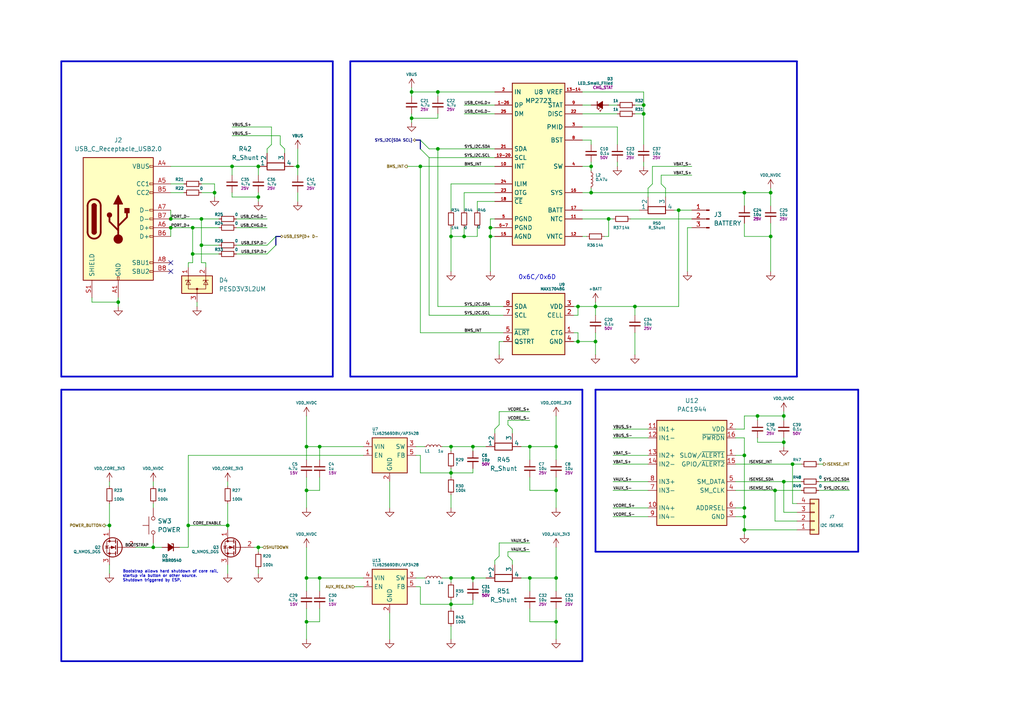
<source format=kicad_sch>
(kicad_sch (version 20211123) (generator eeschema)
  (paper "A4")
  (title_block (rev "A") (company "Frisius"))
  (junction (at 88.9 167.64))
  (junction (at 215.9 132.08))
  (junction (at 153.67 129.54))
  (junction (at 86.36 48.26))
  (junction (at 142.24 68.58))
  (junction (at 196.85 60.96))
  (junction (at 171.45 55.88))
  (junction (at 74.93 158.75))
  (junction (at 49.53 63.5))
  (junction (at 92.71 167.64))
  (junction (at 167.64 88.9))
  (junction (at 172.72 99.06))
  (junction (at 58.42 71.12))
  (junction (at 223.52 68.58))
  (junction (at 186.69 33.02))
  (junction (at 74.93 48.26))
  (junction (at 137.16 167.64))
  (junction (at 67.31 48.26))
  (junction (at 121.92 48.26))
  (junction (at 137.16 129.54))
  (junction (at 88.9 142.24))
  (junction (at 224.79 142.24))
  (junction (at 161.29 167.64))
  (junction (at 215.9 55.88))
  (junction (at 161.29 180.34))
  (junction (at 44.45 158.75))
  (junction (at 215.9 149.86))
  (junction (at 227.33 139.7))
  (junction (at 130.81 137.16))
  (junction (at 74.93 57.15))
  (junction (at 58.42 63.5))
  (junction (at 127 43.18))
  (junction (at 227.33 120.65))
  (junction (at 92.71 129.54))
  (junction (at 119.38 34.29))
  (junction (at 88.9 129.54))
  (junction (at 171.45 48.26))
  (junction (at 215.9 153.67))
  (junction (at 66.04 152.4))
  (junction (at 161.29 142.24))
  (junction (at 119.38 26.67))
  (junction (at 49.53 66.04))
  (junction (at 161.29 129.54))
  (junction (at 31.75 152.4))
  (junction (at 172.72 88.9))
  (junction (at 130.81 129.54))
  (junction (at 142.24 66.04))
  (junction (at 223.52 55.88))
  (junction (at 55.88 66.04))
  (junction (at 55.88 73.66))
  (junction (at 227.33 128.27))
  (junction (at 88.9 180.34))
  (junction (at 62.23 55.88))
  (junction (at 176.53 63.5))
  (junction (at 54.61 152.4))
  (junction (at 219.71 120.65))
  (junction (at 186.69 30.48))
  (junction (at 134.62 68.58))
  (junction (at 130.81 167.64))
  (junction (at 127 26.67))
  (junction (at 167.64 99.06))
  (junction (at 130.81 68.58))
  (junction (at 34.29 87.63))
  (junction (at 130.81 175.26))
  (junction (at 215.9 147.32))
  (junction (at 184.15 88.9))
  (junction (at 229.87 134.62))
  (junction (at 153.67 167.64))
  (no_connect (at 49.53 78.74))
  (no_connect (at 49.53 76.2))
  (bus_entry (at 121.92 40.64) (size 2.54 2.54))
  (bus_entry (at 80.01 68.58) (size -2.54 2.54))
  (bus_entry (at 121.92 43.18) (size 2.54 2.54))
  (bus_entry (at 80.01 71.12) (size -2.54 2.54))
  (wire (pts (xy 186.69 30.48) (xy 186.69 26.67)))
  (wire (pts (xy 73.66 158.75) (xy 74.93 158.75)))
  (wire (pts (xy 213.36 139.7) (xy 227.33 139.7)))
  (wire (pts (xy 179.07 36.83) (xy 168.91 36.83)))
  (wire (pts (xy 86.36 50.8) (xy 86.36 48.26)))
  (wire (pts (xy 176.53 63.5) (xy 168.91 63.5)))
  (wire (pts (xy 130.81 137.16) (xy 130.81 138.43)))
  (wire (pts (xy 161.29 133.35) (xy 161.29 129.54)))
  (bus (pts (xy 121.92 40.64) (xy 120.65 40.64)))
  (wire (pts (xy 227.33 128.27) (xy 227.33 127)))
  (wire (pts (xy 237.49 134.62) (xy 238.76 134.62)))
  (wire (pts (xy 187.96 134.62) (xy 177.8 134.62)))
  (wire (pts (xy 153.67 142.24) (xy 161.29 142.24)))
  (wire (pts (xy 130.81 181.61) (xy 130.81 185.42)))
  (wire (pts (xy 67.31 55.88) (xy 67.31 57.15)))
  (polyline (pts (xy 231.14 17.78) (xy 231.14 109.22)) (stroke (width 0.5) (type solid)))
  (wire (pts (xy 34.29 87.63) (xy 34.29 86.36)))
  (wire (pts (xy 148.59 162.56) (xy 147.32 161.29)))
  (wire (pts (xy 88.9 129.54) (xy 92.71 129.54)))
  (wire (pts (xy 215.9 124.46) (xy 213.36 124.46)))
  (wire (pts (xy 153.67 176.53) (xy 153.67 180.34)))
  (wire (pts (xy 120.65 170.18) (xy 121.92 170.18)))
  (wire (pts (xy 172.72 91.44) (xy 172.72 88.9)))
  (wire (pts (xy 161.29 120.65) (xy 161.29 129.54)))
  (wire (pts (xy 172.72 87.63) (xy 172.72 88.9)))
  (wire (pts (xy 54.61 152.4) (xy 66.04 152.4)))
  (wire (pts (xy 215.9 68.58) (xy 215.9 64.77)))
  (wire (pts (xy 67.31 57.15) (xy 74.93 57.15)))
  (wire (pts (xy 58.42 63.5) (xy 63.5 63.5)))
  (wire (pts (xy 171.45 41.91) (xy 171.45 40.64)))
  (wire (pts (xy 219.71 128.27) (xy 227.33 128.27)))
  (wire (pts (xy 88.9 120.65) (xy 88.9 129.54)))
  (wire (pts (xy 227.33 119.38) (xy 227.33 120.65)))
  (wire (pts (xy 121.92 175.26) (xy 130.81 175.26)))
  (wire (pts (xy 119.38 34.29) (xy 127 34.29)))
  (wire (pts (xy 223.52 68.58) (xy 223.52 78.74)))
  (wire (pts (xy 74.93 160.02) (xy 74.93 158.75)))
  (wire (pts (xy 77.47 43.18) (xy 77.47 44.45)))
  (wire (pts (xy 187.96 54.61) (xy 189.23 53.34)))
  (wire (pts (xy 58.42 63.5) (xy 58.42 71.12)))
  (wire (pts (xy 187.96 132.08) (xy 177.8 132.08)))
  (wire (pts (xy 81.28 39.37) (xy 81.28 41.91)))
  (wire (pts (xy 144.78 99.06) (xy 146.05 99.06)))
  (wire (pts (xy 168.91 55.88) (xy 171.45 55.88)))
  (wire (pts (xy 49.53 55.88) (xy 53.34 55.88)))
  (wire (pts (xy 161.29 158.75) (xy 161.29 167.64)))
  (wire (pts (xy 31.75 146.05) (xy 31.75 152.4)))
  (wire (pts (xy 172.72 102.87) (xy 172.72 99.06)))
  (wire (pts (xy 82.55 43.18) (xy 82.55 44.45)))
  (wire (pts (xy 219.71 128.27) (xy 219.71 127)))
  (wire (pts (xy 187.96 127) (xy 177.8 127)))
  (wire (pts (xy 34.29 87.63) (xy 34.29 88.9)))
  (polyline (pts (xy 168.91 113.03) (xy 168.91 191.77)) (stroke (width 0.5) (type solid)))
  (wire (pts (xy 223.52 54.61) (xy 223.52 55.88)))
  (wire (pts (xy 119.38 27.94) (xy 119.38 26.67)))
  (wire (pts (xy 31.75 140.97) (xy 31.75 139.7)))
  (wire (pts (xy 137.16 137.16) (xy 130.81 137.16)))
  (wire (pts (xy 184.15 91.44) (xy 184.15 88.9)))
  (polyline (pts (xy 248.92 113.03) (xy 248.92 160.02)) (stroke (width 0.5) (type solid)))
  (wire (pts (xy 92.71 167.64) (xy 105.41 167.64)))
  (wire (pts (xy 153.67 129.54) (xy 161.29 129.54)))
  (wire (pts (xy 55.88 73.66) (xy 63.5 73.66)))
  (wire (pts (xy 31.75 152.4) (xy 31.75 153.67)))
  (wire (pts (xy 224.79 142.24) (xy 232.41 142.24)))
  (wire (pts (xy 137.16 129.54) (xy 137.16 130.81)))
  (wire (pts (xy 172.72 88.9) (xy 167.64 88.9)))
  (wire (pts (xy 124.46 43.18) (xy 127 43.18)))
  (wire (pts (xy 88.9 180.34) (xy 88.9 185.42)))
  (wire (pts (xy 68.58 73.66) (xy 77.47 73.66)))
  (wire (pts (xy 187.96 142.24) (xy 177.8 142.24)))
  (wire (pts (xy 66.04 152.4) (xy 66.04 153.67)))
  (wire (pts (xy 120.65 129.54) (xy 123.19 129.54)))
  (wire (pts (xy 186.69 33.02) (xy 186.69 41.91)))
  (wire (pts (xy 168.91 26.67) (xy 186.69 26.67)))
  (wire (pts (xy 161.29 176.53) (xy 161.29 180.34)))
  (wire (pts (xy 196.85 60.96) (xy 200.66 60.96)))
  (wire (pts (xy 143.51 124.46) (xy 144.78 123.19)))
  (wire (pts (xy 147.32 160.02) (xy 153.67 160.02)))
  (wire (pts (xy 59.69 76.2) (xy 58.42 76.2)))
  (wire (pts (xy 177.8 63.5) (xy 176.53 63.5)))
  (bus (pts (xy 81.28 68.58) (xy 80.01 68.58)))
  (wire (pts (xy 231.14 148.59) (xy 227.33 148.59)))
  (wire (pts (xy 88.9 158.75) (xy 88.9 167.64)))
  (wire (pts (xy 66.04 166.37) (xy 66.04 163.83)))
  (wire (pts (xy 223.52 64.77) (xy 223.52 68.58)))
  (wire (pts (xy 49.53 66.04) (xy 55.88 66.04)))
  (wire (pts (xy 167.64 91.44) (xy 167.64 88.9)))
  (wire (pts (xy 130.81 143.51) (xy 130.81 147.32)))
  (wire (pts (xy 227.33 121.92) (xy 227.33 120.65)))
  (wire (pts (xy 130.81 173.99) (xy 130.81 175.26)))
  (wire (pts (xy 134.62 60.96) (xy 134.62 55.88)))
  (wire (pts (xy 77.47 43.18) (xy 78.74 41.91)))
  (wire (pts (xy 74.93 57.15) (xy 74.93 58.42)))
  (wire (pts (xy 153.67 180.34) (xy 161.29 180.34)))
  (wire (pts (xy 67.31 48.26) (xy 74.93 48.26)))
  (wire (pts (xy 130.81 66.04) (xy 130.81 68.58)))
  (wire (pts (xy 130.81 53.34) (xy 130.81 60.96)))
  (wire (pts (xy 121.92 132.08) (xy 121.92 137.16)))
  (wire (pts (xy 227.33 139.7) (xy 232.41 139.7)))
  (wire (pts (xy 102.87 170.18) (xy 105.41 170.18)))
  (wire (pts (xy 124.46 91.44) (xy 146.05 91.44)))
  (wire (pts (xy 130.81 53.34) (xy 143.51 53.34)))
  (wire (pts (xy 130.81 167.64) (xy 137.16 167.64)))
  (wire (pts (xy 31.75 163.83) (xy 31.75 166.37)))
  (wire (pts (xy 182.88 63.5) (xy 200.66 63.5)))
  (wire (pts (xy 213.36 134.62) (xy 229.87 134.62)))
  (wire (pts (xy 127 43.18) (xy 127 88.9)))
  (polyline (pts (xy 172.72 160.02) (xy 248.92 160.02)) (stroke (width 0.5) (type solid)))
  (wire (pts (xy 119.38 25.4) (xy 119.38 26.67)))
  (wire (pts (xy 144.78 102.87) (xy 144.78 99.06)))
  (wire (pts (xy 224.79 151.13) (xy 231.14 151.13)))
  (wire (pts (xy 137.16 175.26) (xy 130.81 175.26)))
  (wire (pts (xy 171.45 48.26) (xy 171.45 46.99)))
  (wire (pts (xy 88.9 167.64) (xy 92.71 167.64)))
  (wire (pts (xy 59.69 77.47) (xy 59.69 76.2)))
  (wire (pts (xy 134.62 66.04) (xy 134.62 68.58)))
  (wire (pts (xy 171.45 30.48) (xy 168.91 30.48)))
  (wire (pts (xy 179.07 30.48) (xy 176.53 30.48)))
  (wire (pts (xy 237.49 142.24) (xy 246.38 142.24)))
  (wire (pts (xy 78.74 36.83) (xy 78.74 41.91)))
  (wire (pts (xy 137.16 173.99) (xy 137.16 175.26)))
  (polyline (pts (xy 248.92 113.03) (xy 172.72 113.03)) (stroke (width 0.5) (type solid)))
  (wire (pts (xy 54.61 152.4) (xy 54.61 158.75)))
  (wire (pts (xy 167.64 96.52) (xy 167.64 99.06)))
  (polyline (pts (xy 168.91 113.03) (xy 17.78 113.03)) (stroke (width 0.5) (type solid)))
  (wire (pts (xy 148.59 124.46) (xy 148.59 125.73)))
  (wire (pts (xy 171.45 55.88) (xy 171.45 54.61)))
  (wire (pts (xy 177.8 124.46) (xy 187.96 124.46)))
  (wire (pts (xy 161.29 138.43) (xy 161.29 142.24)))
  (wire (pts (xy 58.42 55.88) (xy 62.23 55.88)))
  (wire (pts (xy 26.67 86.36) (xy 26.67 87.63)))
  (wire (pts (xy 92.71 138.43) (xy 92.71 142.24)))
  (wire (pts (xy 187.96 149.86) (xy 177.8 149.86)))
  (wire (pts (xy 144.78 157.48) (xy 144.78 161.29)))
  (wire (pts (xy 215.9 120.65) (xy 219.71 120.65)))
  (wire (pts (xy 215.9 127) (xy 215.9 132.08)))
  (wire (pts (xy 219.71 120.65) (xy 227.33 120.65)))
  (wire (pts (xy 128.27 129.54) (xy 130.81 129.54)))
  (wire (pts (xy 229.87 134.62) (xy 232.41 134.62)))
  (wire (pts (xy 215.9 55.88) (xy 215.9 59.69)))
  (wire (pts (xy 215.9 153.67) (xy 215.9 154.94)))
  (wire (pts (xy 127 27.94) (xy 127 26.67)))
  (wire (pts (xy 130.81 129.54) (xy 137.16 129.54)))
  (wire (pts (xy 138.43 58.42) (xy 138.43 60.96)))
  (wire (pts (xy 130.81 68.58) (xy 134.62 68.58)))
  (wire (pts (xy 127 88.9) (xy 146.05 88.9)))
  (wire (pts (xy 237.49 139.7) (xy 246.38 139.7)))
  (wire (pts (xy 223.52 59.69) (xy 223.52 55.88)))
  (wire (pts (xy 200.66 66.04) (xy 199.39 66.04)))
  (wire (pts (xy 148.59 124.46) (xy 147.32 123.19)))
  (wire (pts (xy 227.33 129.54) (xy 227.33 128.27)))
  (wire (pts (xy 26.67 87.63) (xy 34.29 87.63)))
  (wire (pts (xy 168.91 48.26) (xy 171.45 48.26)))
  (wire (pts (xy 147.32 160.02) (xy 147.32 161.29)))
  (wire (pts (xy 176.53 68.58) (xy 176.53 63.5)))
  (wire (pts (xy 88.9 133.35) (xy 88.9 129.54)))
  (wire (pts (xy 39.37 158.75) (xy 44.45 158.75)))
  (wire (pts (xy 78.74 36.83) (xy 67.31 36.83)))
  (wire (pts (xy 161.29 142.24) (xy 161.29 147.32)))
  (wire (pts (xy 63.5 71.12) (xy 58.42 71.12)))
  (wire (pts (xy 127 43.18) (xy 143.51 43.18)))
  (wire (pts (xy 187.96 147.32) (xy 177.8 147.32)))
  (wire (pts (xy 142.24 66.04) (xy 142.24 68.58)))
  (wire (pts (xy 137.16 167.64) (xy 137.16 168.91)))
  (wire (pts (xy 153.67 133.35) (xy 153.67 129.54)))
  (wire (pts (xy 30.48 152.4) (xy 31.75 152.4)))
  (wire (pts (xy 62.23 53.34) (xy 62.23 55.88)))
  (wire (pts (xy 113.03 177.8) (xy 113.03 185.42)))
  (wire (pts (xy 44.45 146.05) (xy 44.45 147.32)))
  (wire (pts (xy 224.79 151.13) (xy 224.79 142.24)))
  (wire (pts (xy 213.36 142.24) (xy 224.79 142.24)))
  (wire (pts (xy 68.58 71.12) (xy 77.47 71.12)))
  (wire (pts (xy 52.07 158.75) (xy 54.61 158.75)))
  (wire (pts (xy 166.37 91.44) (xy 167.64 91.44)))
  (polyline (pts (xy 17.78 109.22) (xy 96.52 109.22)) (stroke (width 0.5) (type solid)))
  (wire (pts (xy 184.15 102.87) (xy 184.15 96.52)))
  (polyline (pts (xy 172.72 113.03) (xy 172.72 160.02)) (stroke (width 0.5) (type solid)))
  (wire (pts (xy 121.92 48.26) (xy 121.92 96.52)))
  (wire (pts (xy 118.11 48.26) (xy 121.92 48.26)))
  (wire (pts (xy 88.9 171.45) (xy 88.9 167.64)))
  (wire (pts (xy 92.71 180.34) (xy 88.9 180.34)))
  (wire (pts (xy 67.31 39.37) (xy 81.28 39.37)))
  (wire (pts (xy 138.43 58.42) (xy 143.51 58.42)))
  (wire (pts (xy 92.71 129.54) (xy 105.41 129.54)))
  (wire (pts (xy 130.81 129.54) (xy 130.81 130.81)))
  (wire (pts (xy 127 26.67) (xy 143.51 26.67)))
  (wire (pts (xy 167.64 99.06) (xy 166.37 99.06)))
  (wire (pts (xy 130.81 68.58) (xy 130.81 78.74)))
  (wire (pts (xy 213.36 127) (xy 215.9 127)))
  (wire (pts (xy 55.88 66.04) (xy 63.5 66.04)))
  (wire (pts (xy 44.45 140.97) (xy 44.45 139.7)))
  (wire (pts (xy 134.62 30.48) (xy 143.51 30.48)))
  (wire (pts (xy 193.04 54.61) (xy 191.77 53.34)))
  (wire (pts (xy 54.61 76.2) (xy 55.88 76.2)))
  (wire (pts (xy 120.65 132.08) (xy 121.92 132.08)))
  (wire (pts (xy 186.69 46.99) (xy 186.69 48.26)))
  (wire (pts (xy 215.9 147.32) (xy 215.9 149.86)))
  (wire (pts (xy 151.13 167.64) (xy 153.67 167.64)))
  (wire (pts (xy 119.38 26.67) (xy 127 26.67)))
  (wire (pts (xy 127 33.02) (xy 127 34.29)))
  (wire (pts (xy 153.67 138.43) (xy 153.67 142.24)))
  (wire (pts (xy 147.32 121.92) (xy 153.67 121.92)))
  (wire (pts (xy 184.15 33.02) (xy 186.69 33.02)))
  (wire (pts (xy 142.24 68.58) (xy 143.51 68.58)))
  (wire (pts (xy 92.71 129.54) (xy 92.71 133.35)))
  (wire (pts (xy 92.71 176.53) (xy 92.71 180.34)))
  (polyline (pts (xy 96.52 109.22) (xy 96.52 17.78)) (stroke (width 0.5) (type solid)))
  (bus (pts (xy 80.01 68.58) (xy 80.01 71.12)))
  (wire (pts (xy 119.38 34.29) (xy 119.38 35.56)))
  (wire (pts (xy 66.04 146.05) (xy 66.04 152.4)))
  (wire (pts (xy 74.93 50.8) (xy 74.93 48.26)))
  (wire (pts (xy 144.78 119.38) (xy 144.78 123.19)))
  (polyline (pts (xy 231.14 17.78) (xy 101.6 17.78)) (stroke (width 0.5) (type solid)))
  (wire (pts (xy 142.24 68.58) (xy 142.24 78.74)))
  (wire (pts (xy 74.93 166.37) (xy 74.93 165.1)))
  (wire (pts (xy 130.81 175.26) (xy 130.81 176.53)))
  (wire (pts (xy 143.51 33.02) (xy 134.62 33.02)))
  (wire (pts (xy 213.36 149.86) (xy 215.9 149.86)))
  (wire (pts (xy 44.45 158.75) (xy 46.99 158.75)))
  (wire (pts (xy 144.78 119.38) (xy 153.67 119.38)))
  (wire (pts (xy 86.36 48.26) (xy 85.09 48.26)))
  (wire (pts (xy 189.23 48.26) (xy 200.66 48.26)))
  (wire (pts (xy 142.24 66.04) (xy 143.51 66.04)))
  (wire (pts (xy 54.61 77.47) (xy 54.61 76.2)))
  (wire (pts (xy 153.67 167.64) (xy 161.29 167.64)))
  (wire (pts (xy 88.9 142.24) (xy 88.9 147.32)))
  (wire (pts (xy 213.36 147.32) (xy 215.9 147.32)))
  (wire (pts (xy 121.92 137.16) (xy 130.81 137.16)))
  (wire (pts (xy 57.15 88.9) (xy 57.15 87.63)))
  (wire (pts (xy 171.45 40.64) (xy 168.91 40.64)))
  (wire (pts (xy 175.26 68.58) (xy 176.53 68.58)))
  (wire (pts (xy 140.97 129.54) (xy 137.16 129.54)))
  (wire (pts (xy 92.71 167.64) (xy 92.71 171.45)))
  (wire (pts (xy 171.45 49.53) (xy 171.45 48.26)))
  (wire (pts (xy 54.61 132.08) (xy 105.41 132.08)))
  (wire (pts (xy 168.91 68.58) (xy 170.18 68.58)))
  (wire (pts (xy 161.29 171.45) (xy 161.29 167.64)))
  (wire (pts (xy 229.87 134.62) (xy 229.87 146.05)))
  (wire (pts (xy 184.15 30.48) (xy 186.69 30.48)))
  (wire (pts (xy 134.62 55.88) (xy 143.51 55.88)))
  (wire (pts (xy 142.24 63.5) (xy 142.24 66.04)))
  (wire (pts (xy 130.81 135.89) (xy 130.81 137.16)))
  (wire (pts (xy 77.47 63.5) (xy 68.58 63.5)))
  (wire (pts (xy 199.39 66.04) (xy 199.39 78.74)))
  (wire (pts (xy 179.07 46.99) (xy 179.07 48.26)))
  (wire (pts (xy 86.36 58.42) (xy 86.36 55.88)))
  (wire (pts (xy 121.92 170.18) (xy 121.92 175.26)))
  (wire (pts (xy 55.88 76.2) (xy 55.88 73.66)))
  (wire (pts (xy 196.85 88.9) (xy 184.15 88.9)))
  (wire (pts (xy 172.72 88.9) (xy 184.15 88.9)))
  (wire (pts (xy 171.45 55.88) (xy 215.9 55.88)))
  (wire (pts (xy 49.53 63.5) (xy 58.42 63.5)))
  (wire (pts (xy 143.51 124.46) (xy 143.51 125.73)))
  (wire (pts (xy 54.61 132.08) (xy 54.61 152.4)))
  (wire (pts (xy 138.43 66.04) (xy 138.43 68.58)))
  (wire (pts (xy 143.51 63.5) (xy 142.24 63.5)))
  (wire (pts (xy 134.62 68.58) (xy 138.43 68.58)))
  (wire (pts (xy 49.53 48.26) (xy 67.31 48.26)))
  (wire (pts (xy 76.2 158.75) (xy 74.93 158.75)))
  (bus (pts (xy 121.92 40.64) (xy 121.92 43.18)))
  (wire (pts (xy 153.67 171.45) (xy 153.67 167.64)))
  (wire (pts (xy 49.53 60.96) (xy 49.53 63.5)))
  (wire (pts (xy 213.36 132.08) (xy 215.9 132.08)))
  (wire (pts (xy 49.53 66.04) (xy 49.53 68.58)))
  (wire (pts (xy 121.92 96.52) (xy 146.05 96.52)))
  (wire (pts (xy 128.27 167.64) (xy 130.81 167.64)))
  (wire (pts (xy 179.07 33.02) (xy 168.91 33.02)))
  (wire (pts (xy 92.71 142.24) (xy 88.9 142.24)))
  (wire (pts (xy 215.9 68.58) (xy 223.52 68.58)))
  (wire (pts (xy 151.13 129.54) (xy 153.67 129.54)))
  (wire (pts (xy 215.9 132.08) (xy 215.9 147.32)))
  (wire (pts (xy 187.96 139.7) (xy 177.8 139.7)))
  (wire (pts (xy 191.77 50.8) (xy 191.77 53.34)))
  (wire (pts (xy 147.32 121.92) (xy 147.32 123.19)))
  (wire (pts (xy 86.36 43.18) (xy 86.36 48.26)))
  (wire (pts (xy 215.9 149.86) (xy 215.9 153.67)))
  (wire (pts (xy 137.16 135.89) (xy 137.16 137.16)))
  (wire (pts (xy 88.9 138.43) (xy 88.9 142.24)))
  (wire (pts (xy 215.9 153.67) (xy 231.14 153.67)))
  (polyline (pts (xy 101.6 17.78) (xy 101.6 109.22)) (stroke (width 0.5) (type solid)))
  (wire (pts (xy 88.9 176.53) (xy 88.9 180.34)))
  (wire (pts (xy 231.14 146.05) (xy 229.87 146.05)))
  (wire (pts (xy 215.9 120.65) (xy 215.9 124.46)))
  (wire (pts (xy 68.58 66.04) (xy 77.47 66.04)))
  (polyline (pts (xy 231.14 109.22) (xy 101.6 109.22)) (stroke (width 0.5) (type solid)))
  (wire (pts (xy 191.77 50.8) (xy 200.66 50.8)))
  (wire (pts (xy 172.72 96.52) (xy 172.72 99.06)))
  (wire (pts (xy 121.92 48.26) (xy 143.51 48.26)))
  (wire (pts (xy 67.31 48.26) (xy 67.31 50.8)))
  (polyline (pts (xy 168.91 191.77) (xy 17.78 191.77)) (stroke (width 0.5) (type solid)))
  (wire (pts (xy 124.46 45.72) (xy 143.51 45.72)))
  (wire (pts (xy 167.64 88.9) (xy 166.37 88.9)))
  (wire (pts (xy 161.29 180.34) (xy 161.29 185.42)))
  (wire (pts (xy 58.42 71.12) (xy 58.42 76.2)))
  (wire (pts (xy 193.04 57.15) (xy 193.04 54.61)))
  (wire (pts (xy 58.42 53.34) (xy 62.23 53.34)))
  (wire (pts (xy 82.55 43.18) (xy 81.28 41.91)))
  (wire (pts (xy 179.07 41.91) (xy 179.07 36.83)))
  (wire (pts (xy 120.65 167.64) (xy 123.19 167.64)))
  (wire (pts (xy 130.81 167.64) (xy 130.81 168.91)))
  (wire (pts (xy 186.69 33.02) (xy 186.69 30.48)))
  (wire (pts (xy 189.23 48.26) (xy 189.23 53.34)))
  (wire (pts (xy 215.9 55.88) (xy 223.52 55.88)))
  (wire (pts (xy 119.38 33.02) (xy 119.38 34.29)))
  (wire (pts (xy 74.93 55.88) (xy 74.93 57.15)))
  (polyline (pts (xy 17.78 17.78) (xy 17.78 109.22)) (stroke (width 0.5) (type solid)))
  (wire (pts (xy 113.03 139.7) (xy 113.03 147.32)))
  (wire (pts (xy 166.37 96.52) (xy 167.64 96.52)))
  (wire (pts (xy 44.45 157.48) (xy 44.45 158.75)))
  (wire (pts (xy 62.23 55.88) (xy 62.23 57.15)))
  (wire (pts (xy 143.51 162.56) (xy 143.51 163.83)))
  (wire (pts (xy 168.91 60.96) (xy 185.42 60.96)))
  (wire (pts (xy 196.85 60.96) (xy 196.85 88.9)))
  (wire (pts (xy 49.53 53.34) (xy 53.34 53.34)))
  (polyline (pts (xy 96.52 17.78) (xy 17.78 17.78)) (stroke (width 0.5) (type solid)))
  (wire (pts (xy 219.71 121.92) (xy 219.71 120.65)))
  (wire (pts (xy 124.46 91.44) (xy 124.46 45.72)))
  (wire (pts (xy 195.58 60.96) (xy 196.85 60.96)))
  (polyline (pts (xy 17.78 113.03) (xy 17.78 191.77)) (stroke (width 0.5) (type solid)))
  (wire (pts (xy 140.97 167.64) (xy 137.16 167.64)))
  (wire (pts (xy 172.72 99.06) (xy 167.64 99.06)))
  (wire (pts (xy 143.51 162.56) (xy 144.78 161.29)))
  (wire (pts (xy 66.04 139.7) (xy 66.04 140.97)))
  (wire (pts (xy 227.33 148.59) (xy 227.33 139.7)))
  (wire (pts (xy 55.88 66.04) (xy 55.88 73.66)))
  (wire (pts (xy 144.78 157.48) (xy 153.67 157.48)))
  (wire (pts (xy 187.96 54.61) (xy 187.96 57.15)))
  (wire (pts (xy 148.59 162.56) (xy 148.59 163.83)))
  (text "Bootstrap allows hard shutdown of core rail,\nstartup via button or other source. \nShutdown triggered by ESP." (at 35.56 168.91 0) (effects (font (size 0.8 0.8)) (justify left bottom)))
  (text "0x6C/0x6D" (at 161.29 81.28 180) (effects (font (size 1.27 1.27)) (justify right bottom)))
  (label "SYS_I2C.SDA" (at 134.62 88.9 0) (effects (font (size 0.8 0.8))))
  (label "VBUS_S-" (at 67.31 39.37 0) (effects (font (size 0.8 0.8))))
  (label "USB_ESP.D-" (at 77.47 71.12 180) (effects (font (size 0.8 0.8))))
  (label "CORE_ENABLE" (at 55.88 152.4 0) (effects (font (size 0.8 0.8))))
  (label "BMS_INT" (at 134.62 96.52 0) (effects (font (size 0.8 0.8))))
  (label "SYS_I2C.SDA" (at 246.38 139.7 180) (effects (font (size 0.8 0.8))))
  (label "VAUX_S+" (at 177.8 139.7 0) (effects (font (size 0.8 0.8))))
  (label "VAUX_S-" (at 177.8 142.24 0) (effects (font (size 0.8 0.8))))
  (label "SYS_I2C.SCL" (at 134.62 45.72 0) (effects (font (size 0.8 0.8))))
  (label "ISENSE_SCL" (at 217.17 142.24 0) (effects (font (size 0.8 0.8))))
  (label "VBUS_S+" (at 177.8 124.46 0) (effects (font (size 0.8 0.8))))
  (label "VBAT_S-" (at 200.66 48.26 180) (effects (font (size 0.8 0.8))))
  (label "VCORE_S-" (at 177.8 149.86 0) (effects (font (size 0.8 0.8))))
  (label "SYS_I2C.SCL" (at 246.38 142.24 180) (effects (font (size 0.8 0.8))))
  (label "VCORE_S+" (at 177.8 147.32 0) (effects (font (size 0.8 0.8))))
  (label "PORT_D-" (at 49.53 63.5 0) (effects (font (size 0.8 0.8))))
  (label "USB_ESP.D+" (at 69.85 73.66 0) (effects (font (size 0.8 0.8))))
  (label "ISENSE_SDA" (at 217.17 139.7 0) (effects (font (size 0.8 0.8))))
  (label "USB_CHG.D+" (at 77.47 66.04 180) (effects (font (size 0.8 0.8))))
  (label "VBAT_S-" (at 177.8 132.08 0) (effects (font (size 0.8 0.8))))
  (label "USB_CHG.D-" (at 134.62 33.02 0) (effects (font (size 0.8 0.8))))
  (label "USB_CHG.D+" (at 134.62 30.48 0) (effects (font (size 0.8 0.8))))
  (label "SYS_I2C.SCL" (at 134.62 91.44 0) (effects (font (size 0.8 0.8))))
  (label "BMS_INT" (at 134.62 48.26 0) (effects (font (size 0.8 0.8))))
  (label "VAUX_S+" (at 153.67 157.48 180) (effects (font (size 0.8 0.8))))
  (label "BOOTSTRAP" (at 43.18 158.75 180) (effects (font (size 0.8 0.8))))
  (label "VBUS_S-" (at 177.8 127 0) (effects (font (size 0.8 0.8))))
  (label "USB_CHG.D-" (at 77.47 63.5 180) (effects (font (size 0.8 0.8))))
  (label "VBUS_S+" (at 67.31 36.83 0) (effects (font (size 0.8 0.8))))
  (label "VBAT_S+" (at 200.66 50.8 180) (effects (font (size 0.8 0.8))))
  (label "ISENSE_INT" (at 217.17 134.62 0) (effects (font (size 0.8 0.8))))
  (label "VCORE_S-" (at 153.67 121.92 180) (effects (font (size 0.8 0.8))))
  (label "VAUX_S-" (at 153.67 160.02 180) (effects (font (size 0.8 0.8))))
  (label "VBAT_S+" (at 177.8 134.62 0) (effects (font (size 0.8 0.8))))
  (label "SYS_I2C.SDA" (at 134.62 43.18 0) (effects (font (size 0.8 0.8))))
  (label "PORT_D+" (at 49.53 66.04 0) (effects (font (size 0.8 0.8))))
  (label "VCORE_S+" (at 153.67 119.38 180) (effects (font (size 0.8 0.8))))
  (hierarchical_label "BMS_INT" (shape output) (at 118.11 48.26 180) (effects (font (size 0.8 0.8))))
  (hierarchical_label "POWER_BUTTON" (shape output) (at 30.48 152.4 180) (effects (font (size 0.8 0.8))))
  (hierarchical_label "AUX_REG_EN" (shape input) (at 102.87 170.18 180) (effects (font (size 0.8 0.8))))
  (hierarchical_label "USB_ESP{D+ D-" (shape bidirectional) (at 81.28 68.58 0) (effects (font (size 0.8 0.8))))
  (hierarchical_label "SYS_I2C{SDA SCL}" (shape bidirectional) (at 120.65 40.64 180) (effects (font (size 0.8 0.8))))
  (hierarchical_label "ISENSE_INT" (shape output) (at 238.76 134.62 0) (effects (font (size 0.8 0.8))))
  (hierarchical_label "SHUTDOWN" (shape input) (at 76.2 158.75 0) (effects (font (size 0.8 0.8))))
  (symbol (lib_id "Device:R_Small") (at 234.95 134.62 90) (unit 1)
    (property "Reference" "R47" (at 232.41 133.35 90) (effects (font (size 0.8 0.8)) (justify left)))
    (property "Value" "0" (at 237.49 133.35 90) (effects (font (size 0.8 0.8)) (justify right)))
    (property "Footprint" "Resistor_SMD:R_0402_1005Metric" (effects hide))
  )
  (symbol (lib_id "Device:R_Small") (at 134.62 63.5 0) (unit 1)
    (property "Reference" "R44" (at 135.89 60.96 0) (effects (font (size 0.8 0.8))))
    (property "Value" "0" (at 134.62 66.04 0) (effects (font (size 0.8 0.8)) (justify left)))
    (property "Footprint" "Resistor_SMD:R_0402_1005Metric" (effects hide))
  )
  (symbol (lib_id "bt_power:VDD_NVDC") (at 223.52 54.61 0) (unit 1) (in_bom no) (on_board no)
    (property "Reference" "#PWR0181" (effects hide))
    (property "Value" "VDD_NVDC" (at 223.52 50.8 0) (effects (font (size 0.8 0.8))))
  )
  (symbol (lib_id "power:GND") (at 119.38 35.56 0) (unit 1)
    (property "Reference" "#PWR0141" (effects hide))
    (property "Value" "GND" (effects hide))
  )
  (symbol (lib_id "power:GND") (at 223.52 78.74 0) (unit 1)
    (property "Reference" "#PWR0129" (effects hide))
    (property "Value" "GND" (effects hide))
  )
  (symbol (lib_id "Device:C_Small") (at 119.38 30.48 0) (unit 1)
    (property "Reference" "C21" (at 121.92 29.21 0) (effects (font (size 0.8 0.8)) (justify left)))
    (property "Value" "4.7u" (at 121.92 30.48 0) (effects (font (size 0.8 0.8)) (justify left)))
    (property "Footprint" "Capacitor_SMD:C_0603_1608Metric" (effects hide))
    (property "Voltage" "25V" (at 121.92 31.75 0) (effects (font (size 0.8 0.8)) (justify left)))
  )
  (symbol (lib_id "Device:R_Small") (at 130.81 179.07 0) (unit 1)
    (property "Reference" "R43" (at 132.08 179.07 0) (effects (font (size 0.8 0.8)) (justify left)))
    (property "Value" "100k" (at 132.08 180.34 0) (effects (font (size 0.8 0.8)) (justify left)))
    (property "Footprint" "Resistor_SMD:R_0402_1005Metric" (effects hide))
  )
  (symbol (lib_id "Device:R_Small") (at 31.75 143.51 180) (unit 1)
    (property "Reference" "R23" (at 33.02 142.24 0) (effects (font (size 0.8 0.8)) (justify right)))
    (property "Value" "100k" (at 33.02 144.78 0) (effects (font (size 0.8 0.8)) (justify right)))
    (property "Footprint" "Resistor_SMD:R_0402_1005Metric" (effects hide))
  )
  (symbol (lib_id "Device:C_Small") (at 153.67 173.99 0) (unit 1)
    (property "Reference" "C32" (at 156.21 172.72 0) (effects (font (size 0.8 0.8)) (justify left)))
    (property "Value" "10u" (at 156.21 173.99 0) (effects (font (size 0.8 0.8)) (justify left)))
    (property "Footprint" "Capacitor_SMD:C_0603_1608Metric" (effects hide))
    (property "Voltage" "25V" (at 156.21 175.26 0) (effects (font (size 0.8 0.8)) (justify left)))
  )
  (symbol (lib_id "power:GND") (at 142.24 78.74 0) (unit 1)
    (property "Reference" "#PWR0131" (effects hide))
    (property "Value" "GND" (effects hide))
  )
  (symbol (lib_id "power:GND") (at 130.81 78.74 0) (unit 1)
    (property "Reference" "#PWR0144" (effects hide))
    (property "Value" "GND" (effects hide))
  )
  (symbol (lib_id "power:GND") (at 186.69 48.26 0) (unit 1)
    (property "Reference" "#PWR0136" (effects hide))
    (property "Value" "GND" (effects hide))
  )
  (symbol (lib_id "Device:C_Small") (at 92.71 135.89 0) (unit 1)
    (property "Reference" "C4" (at 95.25 134.62 0) (effects (font (size 0.8 0.8)) (justify left)))
    (property "Value" "1u" (at 95.25 135.89 0) (effects (font (size 0.8 0.8)) (justify left)))
    (property "Footprint" "Capacitor_SMD:C_0603_1608Metric" (effects hide))
    (property "Voltage" "15V" (at 95.25 137.16 0) (effects (font (size 0.8 0.8)) (justify left)))
  )
  (symbol (lib_id "Device:R_Small") (at 234.95 139.7 90) (unit 1)
    (property "Reference" "R48" (at 232.41 138.43 90) (effects (font (size 0.8 0.8)) (justify left)))
    (property "Value" "0" (at 237.49 138.43 90) (effects (font (size 0.8 0.8)) (justify right)))
    (property "Footprint" "Resistor_SMD:R_0402_1005Metric" (effects hide))
  )
  (symbol (lib_id "bt_power:VDD_CORE_3V3") (at 66.04 139.7 0) (unit 1) (in_bom no) (on_board no)
    (property "Reference" "#PWR0153" (effects hide))
    (property "Value" "VDD_CORE_3V3" (at 66.04 135.89 0) (effects (font (size 0.8 0.8))))
  )
  (symbol (lib_id "Device:C_Small") (at 86.36 53.34 0) (unit 1)
    (property "Reference" "C41" (at 88.9 52.07 0) (effects (font (size 0.8 0.8)) (justify left)))
    (property "Value" "4.7u" (at 88.9 53.34 0) (effects (font (size 0.8 0.8)) (justify left)))
    (property "Footprint" "Capacitor_SMD:C_0603_1608Metric" (effects hide))
    (property "Voltage" "25V" (at 88.9 54.61 0) (effects (font (size 0.8 0.8)) (justify left)))
  )
  (symbol (lib_id "Device:L_Small") (at 125.73 129.54 90) (unit 1)
    (property "Reference" "L1" (at 123.19 130.81 90) (effects (font (size 0.8 0.8)) (justify right)))
    (property "Value" "1u" (at 127 130.81 90) (effects (font (size 0.8 0.8)) (justify right)))
    (property "Footprint" "Inductor_SMD:L_Wuerth_MAPI-2510" (effects hide))
  )
  (symbol (lib_id "Device:Q_NMOS_DGS") (at 34.29 158.75 0) (mirror y) (unit 1)
    (property "Reference" "Q2" (at 29.21 158.75 0) (effects (font (size 0.8 0.8)) (justify left)))
    (property "Value" "Q_NMOS_DGS" (at 29.21 160.02 0) (effects (font (size 0.8 0.8)) (justify left)))
    (property "Footprint" "Package_TO_SOT_SMD:SOT-323_SC-70" (effects hide))
  )
  (symbol (lib_id "power:GND") (at 62.23 57.15 0) (unit 1)
    (property "Reference" "#PWR0113" (effects hide))
    (property "Value" "GND" (effects hide))
  )
  (symbol (lib_id "Device:R_Shunt") (at 190.5 60.96 90) (unit 1)
    (property "Reference" "R50" (at 190.5 64.77 90) (effects (font (size 0.8 0.8))))
    (property "Value" "R_Shunt" (at 190.5 66.04 90) (effects (font (size 0.8 0.8))))
    (property "Footprint" "bt_Resistor:R_0805_4WKelvin" (effects hide))
  )
  (symbol (lib_id "Device:C_Small") (at 88.9 135.89 0) (mirror y) (unit 1)
    (property "Reference" "C5" (at 86.36 134.62 0) (effects (font (size 0.8 0.8)) (justify left)))
    (property "Value" "4.7u" (at 86.36 135.89 0) (effects (font (size 0.8 0.8)) (justify left)))
    (property "Footprint" "Capacitor_SMD:C_0603_1608Metric" (effects hide))
    (property "Voltage" "15V" (at 86.36 137.16 0) (effects (font (size 0.8 0.8)) (justify left)))
  )
  (symbol (lib_id "Device:R_Small") (at 130.81 63.5 0) (unit 1)
    (property "Reference" "R34" (at 132.08 60.96 0) (effects (font (size 0.8 0.8))))
    (property "Value" "14k" (at 130.81 66.04 0) (effects (font (size 0.8 0.8)) (justify left)))
    (property "Footprint" "Resistor_SMD:R_0402_1005Metric" (effects hide))
  )
  (symbol (lib_id "Device:C_Small") (at 137.16 133.35 0) (unit 1)
    (property "Reference" "C6" (at 139.7 132.08 0) (effects (font (size 0.8 0.8)) (justify left)))
    (property "Value" "10p" (at 139.7 133.35 0) (effects (font (size 0.8 0.8)) (justify left)))
    (property "Footprint" "Capacitor_SMD:C_0402_1005Metric" (effects hide))
    (property "Voltage" "50V" (at 139.7 134.62 0) (effects (font (size 0.8 0.8)) (justify left)))
  )
  (symbol (lib_id "power:GND") (at 113.03 185.42 0) (unit 1)
    (property "Reference" "#PWR0182" (effects hide))
    (property "Value" "GND" (effects hide))
  )
  (symbol (lib_id "Device:R_Shunt") (at 80.01 48.26 90) (unit 1)
    (property "Reference" "R42" (at 71.12 43.18 90))
    (property "Value" "R_Shunt" (at 71.12 45.72 90))
    (property "Footprint" "bt_Resistor:R_0805_4WKelvin" (effects hide))
  )
  (symbol (lib_id "Device:R_Small") (at 55.88 55.88 90) (unit 1)
    (property "Reference" "R22" (at 52.07 54.61 90) (effects (font (size 0.8 0.8))))
    (property "Value" "0" (at 58.42 54.61 90) (effects (font (size 0.8 0.8))))
    (property "Footprint" "Resistor_SMD:R_0402_1005Metric" (effects hide))
  )
  (symbol (lib_id "Device:R_Small") (at 172.72 68.58 270) (unit 1)
    (property "Reference" "R36" (at 171.45 71.12 90) (effects (font (size 0.8 0.8))))
    (property "Value" "14k" (at 172.72 71.12 90) (effects (font (size 0.8 0.8)) (justify left)))
    (property "Footprint" "Resistor_SMD:R_0402_1005Metric" (effects hide))
  )
  (symbol (lib_id "Device:C_Small") (at 137.16 171.45 0) (unit 1)
    (property "Reference" "C31" (at 139.7 170.18 0) (effects (font (size 0.8 0.8)) (justify left)))
    (property "Value" "10p" (at 139.7 171.45 0) (effects (font (size 0.8 0.8)) (justify left)))
    (property "Footprint" "Capacitor_SMD:C_0402_1005Metric" (effects hide))
    (property "Voltage" "50V" (at 139.7 172.72 0) (effects (font (size 0.8 0.8)) (justify left)))
  )
  (symbol (lib_id "Device:C_Small") (at 74.93 53.34 0) (unit 1)
    (property "Reference" "C36" (at 77.47 52.07 0) (effects (font (size 0.8 0.8)) (justify left)))
    (property "Value" "4.7u" (at 77.47 53.34 0) (effects (font (size 0.8 0.8)) (justify left)))
    (property "Footprint" "Capacitor_SMD:C_0603_1608Metric" (effects hide))
    (property "Voltage" "25V" (at 77.47 54.61 0) (effects (font (size 0.8 0.8)) (justify left)))
  )
  (symbol (lib_id "bt_power:VDD_NVDC") (at 44.45 139.7 0) (unit 1) (in_bom no) (on_board no)
    (property "Reference" "#PWR0165" (effects hide))
    (property "Value" "VDD_NVDC" (at 44.45 135.89 0) (effects (font (size 0.8 0.8))))
  )
  (symbol (lib_id "bt_power:VDD_NVDC") (at 227.33 119.38 0) (unit 1) (in_bom no) (on_board no)
    (property "Reference" "#PWR0173" (effects hide))
    (property "Value" "VDD_NVDC" (at 227.33 115.57 0) (effects (font (size 0.8 0.8))))
  )
  (symbol (lib_id "power:GND") (at 74.93 166.37 0) (unit 1)
    (property "Reference" "#PWR0132" (effects hide))
    (property "Value" "GND" (effects hide))
  )
  (symbol (lib_id "power:GND") (at 130.81 185.42 0) (unit 1)
    (property "Reference" "#PWR0124" (effects hide))
    (property "Value" "GND" (effects hide))
  )
  (symbol (lib_id "bt_power:VDD_NVDC") (at 88.9 158.75 0) (unit 1) (in_bom no) (on_board no)
    (property "Reference" "#PWR0170" (effects hide))
    (property "Value" "VDD_NVDC" (at 88.9 154.94 0) (effects (font (size 0.8 0.8))))
  )
  (symbol (lib_id "power:GND") (at 199.39 78.74 0) (unit 1)
    (property "Reference" "#PWR0128" (effects hide))
    (property "Value" "GND" (effects hide))
  )
  (symbol (lib_id "Device:R_Small") (at 55.88 53.34 90) (unit 1)
    (property "Reference" "R21" (at 52.07 52.07 90) (effects (font (size 0.8 0.8))))
    (property "Value" "0" (at 58.42 52.07 90) (effects (font (size 0.8 0.8))))
    (property "Footprint" "Resistor_SMD:R_0402_1005Metric" (effects hide))
  )
  (symbol (lib_id "Device:R_Small") (at 130.81 140.97 0) (unit 1)
    (property "Reference" "R30" (at 132.08 140.97 0) (effects (font (size 0.8 0.8)) (justify left)))
    (property "Value" "100k" (at 132.08 142.24 0) (effects (font (size 0.8 0.8)) (justify left)))
    (property "Footprint" "Resistor_SMD:R_0402_1005Metric" (effects hide))
  )
  (symbol (lib_id "Device:R_Small") (at 180.34 63.5 270) (unit 1)
    (property "Reference" "R37" (at 179.07 66.04 90) (effects (font (size 0.8 0.8))))
    (property "Value" "14k" (at 180.34 66.04 90) (effects (font (size 0.8 0.8)) (justify left)))
    (property "Footprint" "Resistor_SMD:R_0402_1005Metric" (effects hide))
  )
  (symbol (lib_id "power:GND") (at 66.04 166.37 0) (mirror y) (unit 1)
    (property "Reference" "#PWR0137" (effects hide))
    (property "Value" "GND" (effects hide))
  )
  (symbol (lib_id "power:GND") (at 88.9 185.42 0) (unit 1)
    (property "Reference" "#PWR0184" (effects hide))
    (property "Value" "GND" (effects hide))
  )
  (symbol (lib_id "Device:Q_NMOS_DGS") (at 68.58 158.75 0) (mirror y) (unit 1)
    (property "Reference" "Q3" (at 63.5 158.75 0) (effects (font (size 0.8 0.8)) (justify left)))
    (property "Value" "Q_NMOS_DGS" (at 63.5 160.02 0) (effects (font (size 0.8 0.8)) (justify left)))
    (property "Footprint" "Package_TO_SOT_SMD:SOT-323_SC-70" (effects hide))
  )
  (symbol (lib_id "power:GND") (at 74.93 58.42 0) (unit 1)
    (property "Reference" "#PWR042" (effects hide))
    (property "Value" "GND" (effects hide))
  )
  (symbol (lib_id "power:GND") (at 31.75 166.37 0) (unit 1)
    (property "Reference" "#PWR0133" (effects hide))
    (property "Value" "GND" (effects hide))
  )
  (symbol (lib_id "Device:R_Small") (at 66.04 63.5 90) (unit 1)
    (property "Reference" "R25" (at 63.5 62.23 90) (effects (font (size 0.8 0.8))))
    (property "Value" "0" (at 68.58 62.23 90) (effects (font (size 0.8 0.8))))
    (property "Footprint" "Resistor_SMD:R_0402_1005Metric" (effects hide))
  )
  (symbol (lib_id "Power_Protection:SP0502BAHT") (at 57.15 82.55 0) (unit 1)
    (property "Reference" "D4" (at 63.5 81.2799 0) (effects (justify left)))
    (property "Value" "PESD3V3L2UM" (at 63.5 83.8199 0) (effects (justify left)))
    (property "Footprint" "Package_TO_SOT_SMD:SOT-23" (effects hide))
    (property "Datasheet" "http://www.littelfuse.com/~/media/files/littelfuse/technical%20resources/documents/data%20sheets/sp05xxba.pdf" (effects hide))
  )
  (symbol (lib_id "Device:D_Zener_Small_Filled") (at 49.53 158.75 0) (mirror y) (unit 1)
    (property "Reference" "D2" (at 46.99 161.29 0) (effects (font (size 0.8 0.8)) (justify right)))
    (property "Value" "MBR0540" (at 46.99 162.56 0) (effects (font (size 0.8 0.8)) (justify right)))
    (property "Footprint" "Diode_SMD:D_SOD-123" (effects hide))
  )
  (symbol (lib_id "Device:C_Small") (at 186.69 44.45 0) (unit 1)
    (property "Reference" "C37" (at 189.23 43.18 0) (effects (font (size 0.8 0.8)) (justify left)))
    (property "Value" "10u" (at 189.23 44.45 0) (effects (font (size 0.8 0.8)) (justify left)))
    (property "Footprint" "Capacitor_SMD:C_0603_1608Metric" (effects hide))
    (property "Voltage" "25V" (at 189.23 45.72 0) (effects (font (size 0.8 0.8)) (justify left)))
  )
  (symbol (lib_id "Connector_Generic:Conn_01x04") (at 236.22 151.13 0) (mirror x) (unit 1)
    (property "Reference" "J7" (at 241.3 149.86 0) (effects (font (size 0.8 0.8))))
    (property "Value" "I2C ISENSE" (at 241.3 152.4 0) (effects (font (size 0.8 0.8))))
    (property "Footprint" "Connector_PinHeader_1.27mm:PinHeader_1x04_P1.27mm_Vertical" (effects hide))
  )
  (symbol (lib_id "bt_power:VDD_AUX_3V3") (at 161.29 158.75 0) (unit 1) (in_bom no) (on_board no)
    (property "Reference" "#PWR0172" (effects hide))
    (property "Value" "VDD_AUX_3V3" (at 161.29 154.94 0) (effects (font (size 0.8 0.8))))
  )
  (symbol (lib_id "power:GND") (at 144.78 102.87 0) (mirror y) (unit 1)
    (property "Reference" "#PWR0126" (effects hide))
    (property "Value" "GND" (effects hide))
  )
  (symbol (lib_id "Regulator_Switching:TLV62569DBV") (at 113.03 170.18 0) (unit 1)
    (property "Reference" "U13" (at 107.95 162.56 0) (effects (font (size 0.8 0.8)) (justify left)))
    (property "Value" "TLV62569DBV/AP3428" (at 107.95 163.83 0) (effects (font (size 0.8 0.8)) (justify left)))
    (property "Footprint" "Package_TO_SOT_SMD:SOT-23-5" (effects hide))
    (property "Datasheet" "http://www.ti.com/lit/ds/symlink/tlv62569.pdf" (effects hide))
  )
  (symbol (lib_id "power:GND") (at 113.03 147.32 0) (unit 1)
    (property "Reference" "#PWR0117" (effects hide))
    (property "Value" "GND" (effects hide))
  )
  (symbol (lib_id "Device:R_Small") (at 181.61 30.48 270) (mirror x) (unit 1)
    (property "Reference" "R32" (at 184.15 29.21 90) (effects (font (size 0.8 0.8)) (justify left)))
    (property "Value" "1k" (at 177.8 29.21 90) (effects (font (size 0.8 0.8)) (justify left)))
    (property "Footprint" "Resistor_SMD:R_0402_1005Metric" (effects hide))
  )
  (symbol (lib_id "power:GND") (at 215.9 154.94 0) (unit 1)
    (property "Reference" "#PWR0123" (effects hide))
    (property "Value" "GND" (effects hide))
  )
  (symbol (lib_id "bt_PMIC_Battery_Charger:MP2723") (at 156.21 54.61 0) (unit 1)
    (property "Reference" "U8" (at 156.21 26.67 0))
    (property "Value" "MP2723" (at 156.21 29.21 0))
    (property "Footprint" "bt_Package_QFN:MP_QFN-26-3.5x3.5_P0.45mm" (effects hide))
  )
  (symbol (lib_id "Device:R_Small") (at 66.04 143.51 180) (unit 1)
    (property "Reference" "R27" (at 67.31 142.24 0) (effects (font (size 0.8 0.8)) (justify right)))
    (property "Value" "100k" (at 67.31 144.78 0) (effects (font (size 0.8 0.8)) (justify right)))
    (property "Footprint" "Resistor_SMD:R_0402_1005Metric" (effects hide))
  )
  (symbol (lib_id "Device:C_Small") (at 184.15 93.98 0) (unit 1)
    (property "Reference" "C34" (at 186.69 92.71 0) (effects (font (size 0.8 0.8)) (justify left)))
    (property "Value" "10u" (at 186.69 93.98 0) (effects (font (size 0.8 0.8)) (justify left)))
    (property "Footprint" "Capacitor_SMD:C_0603_1608Metric" (effects hide))
    (property "Voltage" "25V" (at 186.69 95.25 0) (effects (font (size 0.8 0.8)) (justify left)))
  )
  (symbol (lib_id "power:GND") (at 227.33 129.54 0) (unit 1)
    (property "Reference" "#PWR0122" (effects hide))
    (property "Value" "GND" (effects hide))
  )
  (symbol (lib_id "Device:R_Small") (at 66.04 71.12 90) (unit 1)
    (property "Reference" "R26" (at 63.5 69.85 90) (effects (font (size 0.8 0.8))))
    (property "Value" "0" (at 68.58 69.85 90) (effects (font (size 0.8 0.8))))
    (property "Footprint" "Resistor_SMD:R_0402_1005Metric" (effects hide))
  )
  (symbol (lib_id "Device:C_Small") (at 127 30.48 0) (unit 1)
    (property "Reference" "C22" (at 129.54 29.21 0) (effects (font (size 0.8 0.8)) (justify left)))
    (property "Value" "4.7u" (at 129.54 30.48 0) (effects (font (size 0.8 0.8)) (justify left)))
    (property "Footprint" "Capacitor_SMD:C_0603_1608Metric" (effects hide))
    (property "Voltage" "25V" (at 129.54 31.75 0) (effects (font (size 0.8 0.8)) (justify left)))
  )
  (symbol (lib_id "Regulator_Switching:TLV62569DBV") (at 113.03 132.08 0) (unit 1)
    (property "Reference" "U7" (at 107.95 124.46 0) (effects (font (size 0.8 0.8)) (justify left)))
    (property "Value" "TLV62569DBV/AP3428" (at 107.95 125.73 0) (effects (font (size 0.8 0.8)) (justify left)))
    (property "Footprint" "Package_TO_SOT_SMD:SOT-23-5" (effects hide))
    (property "Datasheet" "http://www.ti.com/lit/ds/symlink/tlv62569.pdf" (effects hide))
  )
  (symbol (lib_id "Switch:SW_Push") (at 44.45 152.4 90) (mirror x) (unit 1)
    (property "Reference" "SW3" (at 45.72 151.1299 90) (effects (justify right)))
    (property "Value" "POWER" (at 45.72 153.67 90) (effects (justify right)))
    (property "Footprint" "Button_Switch_SMD:SW_SPST_B3U-1000P" (effects hide))
  )
  (symbol (lib_id "Connector:USB_C_Receptacle_USB2.0") (at 34.29 63.5 0) (unit 1)
    (property "Reference" "J2" (at 34.29 40.64 0))
    (property "Value" "USB_C_Receptacle_USB2.0" (at 34.29 43.18 0))
    (property "Footprint" "Connector_USB:USB_C_Receptacle_HRO_TYPE-C-31-M-12" (effects hide))
    (property "Datasheet" "https://www.usb.org/sites/default/files/documents/usb_type-c.zip" (effects hide))
  )
  (symbol (lib_id "power:GND") (at 172.72 102.87 0) (mirror y) (unit 1)
    (property "Reference" "#PWR0127" (effects hide))
    (property "Value" "GND" (effects hide))
  )
  (symbol (lib_id "bt_power:VDD_CORE_3V3") (at 31.75 139.7 0) (unit 1) (in_bom no) (on_board no)
    (property "Reference" "#PWR0162" (effects hide))
    (property "Value" "VDD_CORE_3V3" (at 31.75 135.89 0) (effects (font (size 0.8 0.8))))
  )
  (symbol (lib_id "power:GND") (at 184.15 102.87 0) (mirror y) (unit 1)
    (property "Reference" "#PWR0134" (effects hide))
    (property "Value" "GND" (effects hide))
  )
  (symbol (lib_id "Device:C_Small") (at 172.72 93.98 0) (unit 1)
    (property "Reference" "C20" (at 175.26 92.71 0) (effects (font (size 0.8 0.8)) (justify left)))
    (property "Value" "0.1u" (at 175.26 93.98 0) (effects (font (size 0.8 0.8)) (justify left)))
    (property "Footprint" "Capacitor_SMD:C_0402_1005Metric" (effects hide))
    (property "Voltage" "50V" (at 175.26 95.25 0) (effects (font (size 0.8 0.8)) (justify left)))
  )
  (symbol (lib_id "power:GND") (at 57.15 88.9 0) (unit 1)
    (property "Reference" "#PWR0155" (effects hide))
    (property "Value" "GND" (effects hide))
  )
  (symbol (lib_id "bt_PMIC_Battery_Management:MAX17048G") (at 156.21 91.44 0) (mirror y) (unit 1)
    (property "Reference" "U9" (at 163.83 82.55 0) (effects (font (size 0.8 0.8)) (justify left)))
    (property "Value" "MAX17048G" (at 163.83 83.82 0) (effects (font (size 0.8 0.8)) (justify left)))
    (property "Footprint" "Package_DFN_QFN:TDFN-8-1EP_2x2mm_P0.5mm_EP0.8x1.2mm" (effects hide))
  )
  (symbol (lib_id "Device:R_Small") (at 66.04 66.04 90) (unit 1)
    (property "Reference" "R24" (at 63.5 64.77 90) (effects (font (size 0.8 0.8))))
    (property "Value" "0" (at 68.58 64.77 90) (effects (font (size 0.8 0.8))))
    (property "Footprint" "Resistor_SMD:R_0402_1005Metric" (effects hide))
  )
  (symbol (lib_id "bt_power:VDD_NVDC") (at 88.9 120.65 0) (unit 1) (in_bom no) (on_board no)
    (property "Reference" "#PWR0146" (effects hide))
    (property "Value" "VDD_NVDC" (at 88.9 116.84 0) (effects (font (size 0.8 0.8))))
  )
  (symbol (lib_id "power:GND") (at 179.07 48.26 0) (unit 1)
    (property "Reference" "#PWR0121" (effects hide))
    (property "Value" "GND" (effects hide))
  )
  (symbol (lib_id "Device:C_Small") (at 215.9 62.23 0) (unit 1)
    (property "Reference" "C24" (at 218.44 60.96 0) (effects (font (size 0.8 0.8)) (justify left)))
    (property "Value" "10u" (at 218.44 62.23 0) (effects (font (size 0.8 0.8)) (justify left)))
    (property "Footprint" "Capacitor_SMD:C_0603_1608Metric" (effects hide))
    (property "Voltage" "25V" (at 218.44 63.5 0) (effects (font (size 0.8 0.8)) (justify left)))
  )
  (symbol (lib_id "power:GND") (at 88.9 147.32 0) (unit 1)
    (property "Reference" "#PWR0112" (effects hide))
    (property "Value" "GND" (effects hide))
  )
  (symbol (lib_id "Device:R_Small") (at 74.93 162.56 180) (unit 1)
    (property "Reference" "R20" (at 76.2 161.29 0) (effects (font (size 0.8 0.8)) (justify right)))
    (property "Value" "100k" (at 76.2 163.83 0) (effects (font (size 0.8 0.8)) (justify right)))
    (property "Footprint" "Resistor_SMD:R_0402_1005Metric" (effects hide))
  )
  (symbol (lib_id "Device:R_Small") (at 44.45 143.51 180) (unit 1)
    (property "Reference" "R19" (at 45.72 142.24 0) (effects (font (size 0.8 0.8)) (justify right)))
    (property "Value" "100k" (at 45.72 144.78 0) (effects (font (size 0.8 0.8)) (justify right)))
    (property "Footprint" "Resistor_SMD:R_0402_1005Metric" (effects hide))
  )
  (symbol (lib_id "Device:L_Small") (at 171.45 52.07 0) (unit 1)
    (property "Reference" "L2" (at 172.72 50.8 0) (effects (font (size 0.8 0.8)) (justify left)))
    (property "Value" "0.47u" (at 172.72 52.07 0) (effects (font (size 0.8 0.8)) (justify left)))
    (property "Footprint" "Inductor_SMD:L_Wuerth_MAPI-2510" (effects hide))
  )
  (symbol (lib_id "Device:R_Shunt") (at 146.05 129.54 90) (unit 1)
    (property "Reference" "R45" (at 146.05 133.35 90))
    (property "Value" "R_Shunt" (at 146.05 135.89 90))
    (property "Footprint" "bt_Resistor:R_0805_4WKelvin" (effects hide))
  )
  (symbol (lib_id "power:GND") (at 86.36 58.42 0) (unit 1)
    (property "Reference" "#PWR0201" (effects hide))
    (property "Value" "GND" (effects hide))
  )
  (symbol (lib_id "Device:C_Small") (at 161.29 173.99 0) (unit 1)
    (property "Reference" "C33" (at 163.83 172.72 0) (effects (font (size 0.8 0.8)) (justify left)))
    (property "Value" "10u" (at 163.83 173.99 0) (effects (font (size 0.8 0.8)) (justify left)))
    (property "Footprint" "Capacitor_SMD:C_0603_1608Metric" (effects hide))
    (property "Voltage" "25V" (at 163.83 175.26 0) (effects (font (size 0.8 0.8)) (justify left)))
  )
  (symbol (lib_id "Connector:Conn_01x03_Male") (at 205.74 63.5 0) (mirror y) (unit 1)
    (property "Reference" "J3" (at 207.01 62.2299 0) (effects (justify right)))
    (property "Value" "BATTERY" (at 207.01 64.77 0) (effects (justify right)))
    (property "Footprint" "Connector_PinHeader_1.27mm:PinHeader_1x03_P1.27mm_Vertical" (effects hide))
  )
  (symbol (lib_id "bt_Power_Management:PAC1944") (at 200.66 137.16 0) (mirror y) (unit 1)
    (property "Reference" "U12" (at 200.66 116.205 0))
    (property "Value" "PAC1944" (at 200.66 118.745 0))
    (property "Footprint" "Package_DFN_QFN:UQFN-16-1EP_4x4mm_P0.65mm_EP2.7x2.7mm" (effects hide))
    (property "Datasheet" "http://ww1.microchip.com/downloads/en/DeviceDoc/PAC1931-Family-Data-Sheet-DS20005850E.pdf" (effects hide))
  )
  (symbol (lib_id "Device:C_Small") (at 179.07 44.45 0) (unit 1)
    (property "Reference" "C23" (at 181.61 43.18 0) (effects (font (size 0.8 0.8)) (justify left)))
    (property "Value" "10u" (at 181.61 44.45 0) (effects (font (size 0.8 0.8)) (justify left)))
    (property "Footprint" "Capacitor_SMD:C_0603_1608Metric" (effects hide))
    (property "Voltage" "25V" (at 181.61 45.72 0) (effects (font (size 0.8 0.8)) (justify left)))
  )
  (symbol (lib_id "Device:R_Shunt") (at 146.05 167.64 90) (unit 1)
    (property "Reference" "R51" (at 146.05 171.45 90))
    (property "Value" "R_Shunt" (at 146.05 173.99 90))
    (property "Footprint" "bt_Resistor:R_0805_4WKelvin" (effects hide))
  )
  (symbol (lib_id "power:GND") (at 161.29 185.42 0) (unit 1)
    (property "Reference" "#PWR0180" (effects hide))
    (property "Value" "GND" (effects hide))
  )
  (symbol (lib_id "Device:C_Small") (at 67.31 53.34 0) (unit 1)
    (property "Reference" "C35" (at 69.85 52.07 0) (effects (font (size 0.8 0.8)) (justify left)))
    (property "Value" "4.7u" (at 69.85 53.34 0) (effects (font (size 0.8 0.8)) (justify left)))
    (property "Footprint" "Capacitor_SMD:C_0603_1608Metric" (effects hide))
    (property "Voltage" "25V" (at 69.85 54.61 0) (effects (font (size 0.8 0.8)) (justify left)))
  )
  (symbol (lib_id "Device:L_Small") (at 125.73 167.64 90) (unit 1)
    (property "Reference" "L3" (at 123.19 168.91 90) (effects (font (size 0.8 0.8)) (justify right)))
    (property "Value" "1u" (at 127 168.91 90) (effects (font (size 0.8 0.8)) (justify right)))
    (property "Footprint" "Inductor_SMD:L_Wuerth_MAPI-2510" (effects hide))
  )
  (symbol (lib_id "Device:R_Small") (at 66.04 73.66 90) (unit 1)
    (property "Reference" "R33" (at 63.5 72.39 90) (effects (font (size 0.8 0.8))))
    (property "Value" "0" (at 68.58 72.39 90) (effects (font (size 0.8 0.8))))
    (property "Footprint" "Resistor_SMD:R_0402_1005Metric" (effects hide))
  )
  (symbol (lib_id "Device:C_Small") (at 171.45 44.45 0) (unit 1)
    (property "Reference" "C10" (at 173.99 43.18 0) (effects (font (size 0.8 0.8)) (justify left)))
    (property "Value" "0.1u" (at 173.99 44.45 0) (effects (font (size 0.8 0.8)) (justify left)))
    (property "Footprint" "Capacitor_SMD:C_0402_1005Metric" (effects hide))
    (property "Voltage" "50V" (at 173.99 45.72 0) (effects (font (size 0.8 0.8)) (justify left)))
  )
  (symbol (lib_id "Device:C_Small") (at 161.29 135.89 0) (unit 1)
    (property "Reference" "C8" (at 163.83 134.62 0) (effects (font (size 0.8 0.8)) (justify left)))
    (property "Value" "10u" (at 163.83 135.89 0) (effects (font (size 0.8 0.8)) (justify left)))
    (property "Footprint" "Capacitor_SMD:C_0603_1608Metric" (effects hide))
    (property "Voltage" "25V" (at 163.83 137.16 0) (effects (font (size 0.8 0.8)) (justify left)))
  )
  (symbol (lib_id "power:GND") (at 161.29 147.32 0) (unit 1)
    (property "Reference" "#PWR0116" (effects hide))
    (property "Value" "GND" (effects hide))
  )
  (symbol (lib_id "Device:R_Small") (at 138.43 63.5 0) (unit 1)
    (property "Reference" "R46" (at 139.7 60.96 0) (effects (font (size 0.8 0.8))))
    (property "Value" "0" (at 138.43 65.405 0) (effects (font (size 0.8 0.8)) (justify left top)))
    (property "Footprint" "Resistor_SMD:R_0402_1005Metric" (effects hide))
  )
  (symbol (lib_id "Device:C_Small") (at 92.71 173.99 0) (unit 1)
    (property "Reference" "C30" (at 95.25 172.72 0) (effects (font (size 0.8 0.8)) (justify left)))
    (property "Value" "1u" (at 95.25 173.99 0) (effects (font (size 0.8 0.8)) (justify left)))
    (property "Footprint" "Capacitor_SMD:C_0603_1608Metric" (effects hide))
    (property "Voltage" "15V" (at 95.25 175.26 0) (effects (font (size 0.8 0.8)) (justify left)))
  )
  (symbol (lib_id "Device:R_Small") (at 234.95 142.24 90) (unit 1)
    (property "Reference" "R49" (at 232.41 140.97 90) (effects (font (size 0.8 0.8)) (justify left)))
    (property "Value" "0" (at 237.49 140.97 90) (effects (font (size 0.8 0.8)) (justify right)))
    (property "Footprint" "Resistor_SMD:R_0402_1005Metric" (effects hide))
  )
  (symbol (lib_id "power:VBUS") (at 119.38 25.4 0) (unit 1)
    (property "Reference" "#PWR0135" (effects hide))
    (property "Value" "VBUS" (at 119.38 21.59 0) (effects (font (size 0.8 0.8))))
  )
  (symbol (lib_id "Device:R_Small") (at 130.81 133.35 0) (unit 1)
    (property "Reference" "R29" (at 132.08 133.35 0) (effects (font (size 0.8 0.8)) (justify left)))
    (property "Value" "?" (at 132.08 134.62 0) (effects (font (size 0.8 0.8)) (justify left)))
    (property "Footprint" "Resistor_SMD:R_0402_1005Metric" (effects hide))
  )
  (symbol (lib_id "Device:C_Small") (at 227.33 124.46 0) (unit 1)
    (property "Reference" "C39" (at 229.87 123.19 0) (effects (font (size 0.8 0.8)) (justify left)))
    (property "Value" "0.1u" (at 229.87 124.46 0) (effects (font (size 0.8 0.8)) (justify left)))
    (property "Footprint" "Capacitor_SMD:C_0402_1005Metric" (effects hide))
    (property "Voltage" "50V" (at 229.87 125.73 0) (effects (font (size 0.8 0.8)) (justify left)))
  )
  (symbol (lib_id "Device:R_Small") (at 130.81 171.45 0) (unit 1)
    (property "Reference" "R35" (at 132.08 171.45 0) (effects (font (size 0.8 0.8)) (justify left)))
    (property "Value" "?" (at 132.08 172.72 0) (effects (font (size 0.8 0.8)) (justify left)))
    (property "Footprint" "Resistor_SMD:R_0402_1005Metric" (effects hide))
  )
  (symbol (lib_id "Device:C_Small") (at 88.9 173.99 0) (mirror y) (unit 1)
    (property "Reference" "C29" (at 86.36 172.72 0) (effects (font (size 0.8 0.8)) (justify left)))
    (property "Value" "4.7u" (at 86.36 173.99 0) (effects (font (size 0.8 0.8)) (justify left)))
    (property "Footprint" "Capacitor_SMD:C_0603_1608Metric" (effects hide))
    (property "Voltage" "15V" (at 86.36 175.26 0) (effects (font (size 0.8 0.8)) (justify left)))
  )
  (symbol (lib_id "Device:C_Small") (at 153.67 135.89 0) (unit 1)
    (property "Reference" "C7" (at 156.21 134.62 0) (effects (font (size 0.8 0.8)) (justify left)))
    (property "Value" "10u" (at 156.21 135.89 0) (effects (font (size 0.8 0.8)) (justify left)))
    (property "Footprint" "Capacitor_SMD:C_0603_1608Metric" (effects hide))
    (property "Voltage" "25V" (at 156.21 137.16 0) (effects (font (size 0.8 0.8)) (justify left)))
  )
  (symbol (lib_id "Device:C_Small") (at 223.52 62.23 0) (unit 1)
    (property "Reference" "C25" (at 226.06 60.96 0) (effects (font (size 0.8 0.8)) (justify left)))
    (property "Value" "10u" (at 226.06 62.23 0) (effects (font (size 0.8 0.8)) (justify left)))
    (property "Footprint" "Capacitor_SMD:C_0603_1608Metric" (effects hide))
    (property "Voltage" "25V" (at 226.06 63.5 0) (effects (font (size 0.8 0.8)) (justify left)))
  )
  (symbol (lib_id "Device:C_Small") (at 219.71 124.46 0) (unit 1)
    (property "Reference" "C38" (at 222.25 123.19 0) (effects (font (size 0.8 0.8)) (justify left)))
    (property "Value" "4.7u" (at 222.25 124.46 0) (effects (font (size 0.8 0.8)) (justify left)))
    (property "Footprint" "Capacitor_SMD:C_0603_1608Metric" (effects hide))
    (property "Voltage" "25V" (at 222.25 125.73 0) (effects (font (size 0.8 0.8)) (justify left)))
  )
  (symbol (lib_id "bt_power:VDD_CORE_3V3") (at 161.29 120.65 0) (unit 1) (in_bom no) (on_board no)
    (property "Reference" "#PWR0171" (effects hide))
    (property "Value" "VDD_CORE_3V3" (at 161.29 116.84 0) (effects (font (size 0.8 0.8))))
  )
  (symbol (lib_id "power:GND") (at 34.29 88.9 0) (unit 1)
    (property "Reference" "#PWR039" (effects hide))
    (property "Value" "GND" (effects hide))
  )
  (symbol (lib_id "Device:R_Small") (at 181.61 33.02 270) (mirror x) (unit 1)
    (property "Reference" "R31" (at 184.15 31.75 90) (effects (font (size 0.8 0.8)) (justify left)))
    (property "Value" "1k" (at 177.8 31.75 90) (effects (font (size 0.8 0.8)) (justify left)))
    (property "Footprint" "Resistor_SMD:R_0402_1005Metric" (effects hide))
  )
  (symbol (lib_id "Device:LED_Small_Filled") (at 173.99 30.48 0) (mirror x) (unit 1)
    (property "Reference" "D3" (at 177.8 22.86 0) (effects (font (size 0.8 0.8)) (justify right)))
    (property "Value" "LED_Small_Filled" (at 177.8 24.13 0) (effects (font (size 0.8 0.8)) (justify right)))
    (property "Footprint" "LED_SMD:LED_0603_1608Metric" (effects hide))
    (property "Label" "CHG_STAT" (at 177.8 25.4 0) (effects (font (size 0.8 0.8)) (justify right)))
  )
  (symbol (lib_id "power:GND") (at 130.81 147.32 0) (unit 1)
    (property "Reference" "#PWR0119" (effects hide))
    (property "Value" "GND" (effects hide))
  )
  (symbol (lib_id "power:+BATT") (at 172.72 87.63 0) (unit 1)
    (property "Reference" "#PWR0125" (effects hide))
    (property "Value" "+BATT" (at 172.72 83.82 0) (effects (font (size 0.8 0.8))))
  )
  (symbol (lib_id "power:VBUS") (at 86.36 43.18 0) (unit 1)
    (property "Reference" "#PWR041" (effects hide))
    (property "Value" "VBUS" (at 86.36 39.37 0) (effects (font (size 0.8 0.8))))
  )
)
</source>
